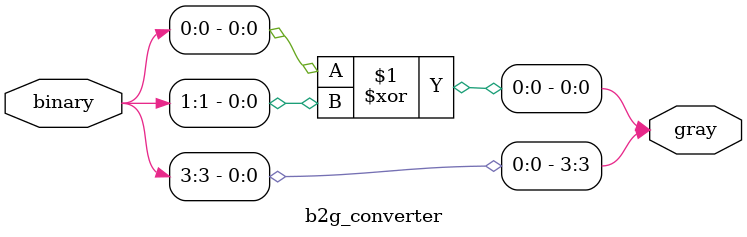
<source format=v>
module b2g_converter #(parameter WIDTH = 4)(input[WIDTH-1:0] binary, output [WIDTH-1:0] gray);
  genvar i;
  generate
    for(i=0;i<WIDTH-1;i++);begin
      assign gray[0] = binary[0] ^ binary[0+1];
    end
    endgenerate
  assign gray[WIDTH-1]=binary[WIDTH-1];
      endmodule

</source>
